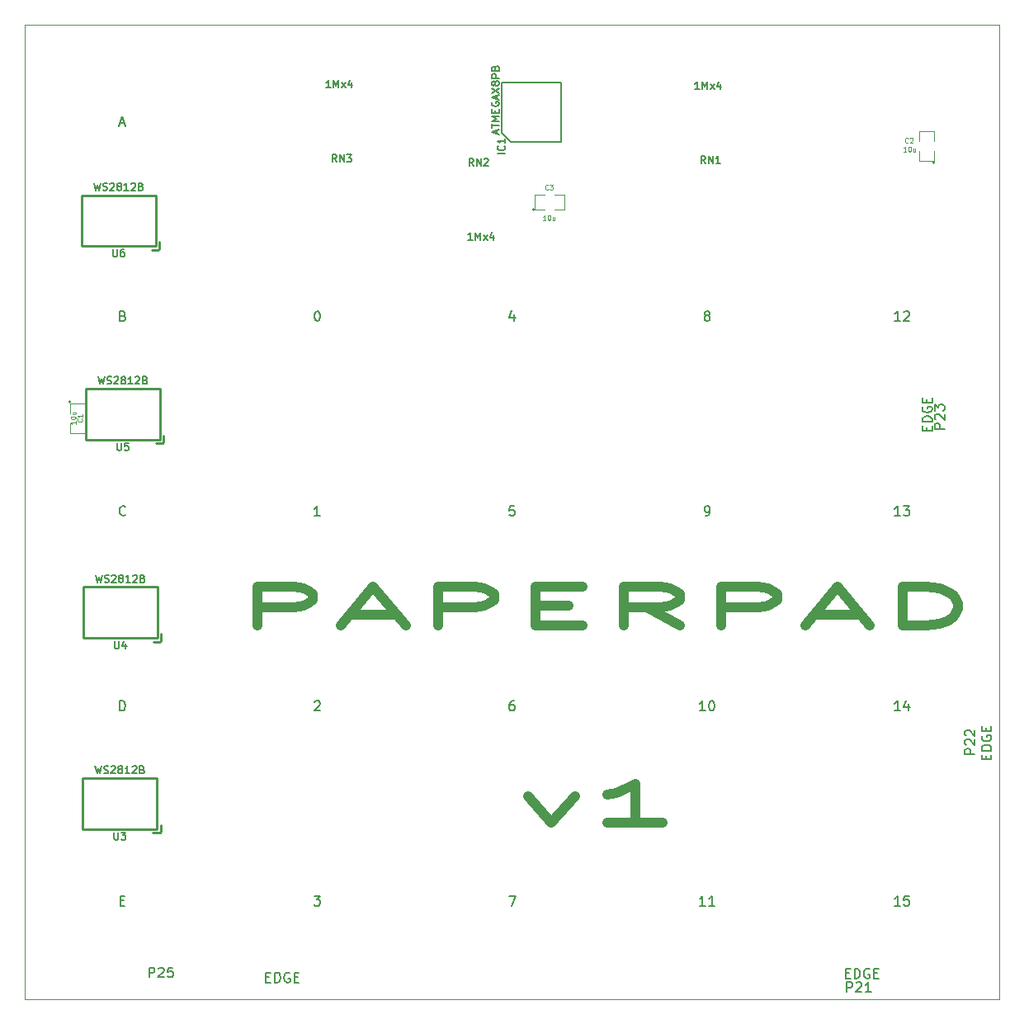
<source format=gto>
G04 (created by PCBNEW (2013-jul-07)-stable) date Sun 07 Dec 2014 01:03:15 PM EST*
%MOIN*%
G04 Gerber Fmt 3.4, Leading zero omitted, Abs format*
%FSLAX34Y34*%
G01*
G70*
G90*
G04 APERTURE LIST*
%ADD10C,0.00590551*%
%ADD11C,0.0393701*%
%ADD12C,0.00393701*%
%ADD13C,0.01*%
%ADD14C,0.0039*%
%ADD15C,0.006*%
%ADD16C,0.0043*%
%ADD17C,0.0075*%
G04 APERTURE END LIST*
G54D10*
G54D11*
X36087Y-46937D02*
X37025Y-47987D01*
X37962Y-46937D01*
X41524Y-47987D02*
X39274Y-47987D01*
X40399Y-47987D02*
X40399Y-46412D01*
X40024Y-46637D01*
X39649Y-46787D01*
X39274Y-46862D01*
X25139Y-40037D02*
X25139Y-38462D01*
X26639Y-38462D01*
X27014Y-38537D01*
X27201Y-38612D01*
X27388Y-38762D01*
X27388Y-38987D01*
X27201Y-39137D01*
X27014Y-39212D01*
X26639Y-39287D01*
X25139Y-39287D01*
X28888Y-39587D02*
X30763Y-39587D01*
X28513Y-40037D02*
X29826Y-38462D01*
X31138Y-40037D01*
X32450Y-40037D02*
X32450Y-38462D01*
X33950Y-38462D01*
X34325Y-38537D01*
X34513Y-38612D01*
X34700Y-38762D01*
X34700Y-38987D01*
X34513Y-39137D01*
X34325Y-39212D01*
X33950Y-39287D01*
X32450Y-39287D01*
X36387Y-39212D02*
X37700Y-39212D01*
X38262Y-40037D02*
X36387Y-40037D01*
X36387Y-38462D01*
X38262Y-38462D01*
X42199Y-40037D02*
X40887Y-39287D01*
X39949Y-40037D02*
X39949Y-38462D01*
X41449Y-38462D01*
X41824Y-38537D01*
X42012Y-38612D01*
X42199Y-38762D01*
X42199Y-38987D01*
X42012Y-39137D01*
X41824Y-39212D01*
X41449Y-39287D01*
X39949Y-39287D01*
X43886Y-40037D02*
X43886Y-38462D01*
X45386Y-38462D01*
X45761Y-38537D01*
X45949Y-38612D01*
X46136Y-38762D01*
X46136Y-38987D01*
X45949Y-39137D01*
X45761Y-39212D01*
X45386Y-39287D01*
X43886Y-39287D01*
X47636Y-39587D02*
X49511Y-39587D01*
X47261Y-40037D02*
X48573Y-38462D01*
X49886Y-40037D01*
X51198Y-40037D02*
X51198Y-38462D01*
X52135Y-38462D01*
X52698Y-38537D01*
X53073Y-38687D01*
X53260Y-38837D01*
X53448Y-39137D01*
X53448Y-39362D01*
X53260Y-39662D01*
X53073Y-39812D01*
X52698Y-39962D01*
X52135Y-40037D01*
X51198Y-40037D01*
G54D12*
X15748Y-55118D02*
X15748Y-15748D01*
X55118Y-55118D02*
X15748Y-55118D01*
X55118Y-15748D02*
X55118Y-55118D01*
X15748Y-15748D02*
X55118Y-15748D01*
G54D13*
X21196Y-48404D02*
X21236Y-48364D01*
X21236Y-48364D02*
X21236Y-48089D01*
X20921Y-48404D02*
X21196Y-48404D01*
X21078Y-46199D02*
X21078Y-48246D01*
X21078Y-48246D02*
X18086Y-48246D01*
X18086Y-48246D02*
X18086Y-46199D01*
X18086Y-46199D02*
X21078Y-46199D01*
X21219Y-40678D02*
X21259Y-40638D01*
X21259Y-40638D02*
X21259Y-40363D01*
X20944Y-40678D02*
X21219Y-40678D01*
X21101Y-38473D02*
X21101Y-40520D01*
X21101Y-40520D02*
X18109Y-40520D01*
X18109Y-40520D02*
X18109Y-38473D01*
X18109Y-38473D02*
X21101Y-38473D01*
X21318Y-32669D02*
X21358Y-32629D01*
X21358Y-32629D02*
X21358Y-32354D01*
X21043Y-32669D02*
X21318Y-32669D01*
X21200Y-30464D02*
X21200Y-32511D01*
X21200Y-32511D02*
X18208Y-32511D01*
X18208Y-32511D02*
X18208Y-30464D01*
X18208Y-30464D02*
X21200Y-30464D01*
X21151Y-24846D02*
X21191Y-24806D01*
X21191Y-24806D02*
X21191Y-24531D01*
X20876Y-24846D02*
X21151Y-24846D01*
X21033Y-22641D02*
X21033Y-24688D01*
X21033Y-24688D02*
X18041Y-24688D01*
X18041Y-24688D02*
X18041Y-22641D01*
X18041Y-22641D02*
X21033Y-22641D01*
G54D14*
X17614Y-30990D02*
G75*
G03X17614Y-30990I-50J0D01*
G74*
G01*
X17564Y-31440D02*
X17564Y-31040D01*
X17564Y-31040D02*
X18164Y-31040D01*
X18164Y-31040D02*
X18164Y-31440D01*
X18164Y-31840D02*
X18164Y-32240D01*
X18164Y-32240D02*
X17564Y-32240D01*
X17564Y-32240D02*
X17564Y-31840D01*
X36353Y-23228D02*
G75*
G03X36353Y-23228I-50J0D01*
G74*
G01*
X36753Y-23228D02*
X36353Y-23228D01*
X36353Y-23228D02*
X36353Y-22628D01*
X36353Y-22628D02*
X36753Y-22628D01*
X37153Y-22628D02*
X37553Y-22628D01*
X37553Y-22628D02*
X37553Y-23228D01*
X37553Y-23228D02*
X37153Y-23228D01*
X52515Y-21319D02*
G75*
G03X52515Y-21319I-50J0D01*
G74*
G01*
X52465Y-20869D02*
X52465Y-21269D01*
X52465Y-21269D02*
X51865Y-21269D01*
X51865Y-21269D02*
X51865Y-20869D01*
X51865Y-20469D02*
X51865Y-20069D01*
X51865Y-20069D02*
X52465Y-20069D01*
X52465Y-20069D02*
X52465Y-20469D01*
G54D15*
X35013Y-20122D02*
X35013Y-18472D01*
X35013Y-18472D02*
X35013Y-18097D01*
X35013Y-18097D02*
X37413Y-18097D01*
X37413Y-18097D02*
X37413Y-20497D01*
X37413Y-20497D02*
X35388Y-20497D01*
X35388Y-20497D02*
X35013Y-20122D01*
X19353Y-48382D02*
X19353Y-48625D01*
X19368Y-48653D01*
X19382Y-48668D01*
X19410Y-48682D01*
X19468Y-48682D01*
X19496Y-48668D01*
X19510Y-48653D01*
X19525Y-48625D01*
X19525Y-48382D01*
X19639Y-48382D02*
X19825Y-48382D01*
X19725Y-48496D01*
X19768Y-48496D01*
X19796Y-48511D01*
X19810Y-48525D01*
X19825Y-48553D01*
X19825Y-48625D01*
X19810Y-48653D01*
X19796Y-48668D01*
X19768Y-48682D01*
X19682Y-48682D01*
X19653Y-48668D01*
X19639Y-48653D01*
X18589Y-45705D02*
X18660Y-46005D01*
X18718Y-45791D01*
X18775Y-46005D01*
X18846Y-45705D01*
X18946Y-45991D02*
X18989Y-46005D01*
X19060Y-46005D01*
X19089Y-45991D01*
X19103Y-45976D01*
X19118Y-45948D01*
X19118Y-45919D01*
X19103Y-45891D01*
X19089Y-45876D01*
X19060Y-45862D01*
X19003Y-45848D01*
X18975Y-45834D01*
X18960Y-45819D01*
X18946Y-45791D01*
X18946Y-45762D01*
X18960Y-45734D01*
X18975Y-45719D01*
X19003Y-45705D01*
X19075Y-45705D01*
X19118Y-45719D01*
X19232Y-45734D02*
X19246Y-45719D01*
X19275Y-45705D01*
X19346Y-45705D01*
X19375Y-45719D01*
X19389Y-45734D01*
X19403Y-45762D01*
X19403Y-45791D01*
X19389Y-45834D01*
X19218Y-46005D01*
X19403Y-46005D01*
X19575Y-45834D02*
X19546Y-45819D01*
X19532Y-45805D01*
X19518Y-45776D01*
X19518Y-45762D01*
X19532Y-45734D01*
X19546Y-45719D01*
X19575Y-45705D01*
X19632Y-45705D01*
X19660Y-45719D01*
X19675Y-45734D01*
X19689Y-45762D01*
X19689Y-45776D01*
X19675Y-45805D01*
X19660Y-45819D01*
X19632Y-45834D01*
X19575Y-45834D01*
X19546Y-45848D01*
X19532Y-45862D01*
X19518Y-45891D01*
X19518Y-45948D01*
X19532Y-45976D01*
X19546Y-45991D01*
X19575Y-46005D01*
X19632Y-46005D01*
X19660Y-45991D01*
X19675Y-45976D01*
X19689Y-45948D01*
X19689Y-45891D01*
X19675Y-45862D01*
X19660Y-45848D01*
X19632Y-45834D01*
X19975Y-46005D02*
X19803Y-46005D01*
X19889Y-46005D02*
X19889Y-45705D01*
X19860Y-45748D01*
X19832Y-45776D01*
X19803Y-45791D01*
X20089Y-45734D02*
X20103Y-45719D01*
X20132Y-45705D01*
X20203Y-45705D01*
X20232Y-45719D01*
X20246Y-45734D01*
X20260Y-45762D01*
X20260Y-45791D01*
X20246Y-45834D01*
X20075Y-46005D01*
X20260Y-46005D01*
X20489Y-45848D02*
X20532Y-45862D01*
X20546Y-45876D01*
X20560Y-45905D01*
X20560Y-45948D01*
X20546Y-45976D01*
X20532Y-45991D01*
X20503Y-46005D01*
X20389Y-46005D01*
X20389Y-45705D01*
X20489Y-45705D01*
X20518Y-45719D01*
X20532Y-45734D01*
X20546Y-45762D01*
X20546Y-45791D01*
X20532Y-45819D01*
X20518Y-45834D01*
X20489Y-45848D01*
X20389Y-45848D01*
X19377Y-40656D02*
X19377Y-40899D01*
X19391Y-40928D01*
X19405Y-40942D01*
X19434Y-40956D01*
X19491Y-40956D01*
X19520Y-40942D01*
X19534Y-40928D01*
X19548Y-40899D01*
X19548Y-40656D01*
X19820Y-40756D02*
X19820Y-40956D01*
X19748Y-40642D02*
X19677Y-40856D01*
X19863Y-40856D01*
X18613Y-37979D02*
X18684Y-38279D01*
X18741Y-38065D01*
X18798Y-38279D01*
X18870Y-37979D01*
X18970Y-38265D02*
X19013Y-38279D01*
X19084Y-38279D01*
X19113Y-38265D01*
X19127Y-38251D01*
X19141Y-38222D01*
X19141Y-38194D01*
X19127Y-38165D01*
X19113Y-38151D01*
X19084Y-38136D01*
X19027Y-38122D01*
X18998Y-38108D01*
X18984Y-38094D01*
X18970Y-38065D01*
X18970Y-38036D01*
X18984Y-38008D01*
X18998Y-37994D01*
X19027Y-37979D01*
X19098Y-37979D01*
X19141Y-37994D01*
X19255Y-38008D02*
X19270Y-37994D01*
X19298Y-37979D01*
X19370Y-37979D01*
X19398Y-37994D01*
X19413Y-38008D01*
X19427Y-38036D01*
X19427Y-38065D01*
X19413Y-38108D01*
X19241Y-38279D01*
X19427Y-38279D01*
X19598Y-38108D02*
X19570Y-38094D01*
X19555Y-38079D01*
X19541Y-38051D01*
X19541Y-38036D01*
X19555Y-38008D01*
X19570Y-37994D01*
X19598Y-37979D01*
X19655Y-37979D01*
X19684Y-37994D01*
X19698Y-38008D01*
X19713Y-38036D01*
X19713Y-38051D01*
X19698Y-38079D01*
X19684Y-38094D01*
X19655Y-38108D01*
X19598Y-38108D01*
X19570Y-38122D01*
X19555Y-38136D01*
X19541Y-38165D01*
X19541Y-38222D01*
X19555Y-38251D01*
X19570Y-38265D01*
X19598Y-38279D01*
X19655Y-38279D01*
X19684Y-38265D01*
X19698Y-38251D01*
X19713Y-38222D01*
X19713Y-38165D01*
X19698Y-38136D01*
X19684Y-38122D01*
X19655Y-38108D01*
X19998Y-38279D02*
X19827Y-38279D01*
X19913Y-38279D02*
X19913Y-37979D01*
X19884Y-38022D01*
X19855Y-38051D01*
X19827Y-38065D01*
X20113Y-38008D02*
X20127Y-37994D01*
X20155Y-37979D01*
X20227Y-37979D01*
X20255Y-37994D01*
X20270Y-38008D01*
X20284Y-38036D01*
X20284Y-38065D01*
X20270Y-38108D01*
X20098Y-38279D01*
X20284Y-38279D01*
X20513Y-38122D02*
X20555Y-38136D01*
X20570Y-38151D01*
X20584Y-38179D01*
X20584Y-38222D01*
X20570Y-38251D01*
X20555Y-38265D01*
X20527Y-38279D01*
X20413Y-38279D01*
X20413Y-37979D01*
X20513Y-37979D01*
X20541Y-37994D01*
X20555Y-38008D01*
X20570Y-38036D01*
X20570Y-38065D01*
X20555Y-38094D01*
X20541Y-38108D01*
X20513Y-38122D01*
X20413Y-38122D01*
X19476Y-32647D02*
X19476Y-32890D01*
X19490Y-32919D01*
X19504Y-32933D01*
X19533Y-32947D01*
X19590Y-32947D01*
X19619Y-32933D01*
X19633Y-32919D01*
X19647Y-32890D01*
X19647Y-32647D01*
X19933Y-32647D02*
X19790Y-32647D01*
X19776Y-32790D01*
X19790Y-32776D01*
X19819Y-32762D01*
X19890Y-32762D01*
X19919Y-32776D01*
X19933Y-32790D01*
X19947Y-32819D01*
X19947Y-32890D01*
X19933Y-32919D01*
X19919Y-32933D01*
X19890Y-32947D01*
X19819Y-32947D01*
X19790Y-32933D01*
X19776Y-32919D01*
X18711Y-29970D02*
X18783Y-30270D01*
X18840Y-30056D01*
X18897Y-30270D01*
X18969Y-29970D01*
X19069Y-30256D02*
X19111Y-30270D01*
X19183Y-30270D01*
X19211Y-30256D01*
X19226Y-30242D01*
X19240Y-30213D01*
X19240Y-30185D01*
X19226Y-30156D01*
X19211Y-30142D01*
X19183Y-30127D01*
X19126Y-30113D01*
X19097Y-30099D01*
X19083Y-30085D01*
X19069Y-30056D01*
X19069Y-30027D01*
X19083Y-29999D01*
X19097Y-29985D01*
X19126Y-29970D01*
X19197Y-29970D01*
X19240Y-29985D01*
X19354Y-29999D02*
X19369Y-29985D01*
X19397Y-29970D01*
X19469Y-29970D01*
X19497Y-29985D01*
X19511Y-29999D01*
X19526Y-30027D01*
X19526Y-30056D01*
X19511Y-30099D01*
X19340Y-30270D01*
X19526Y-30270D01*
X19697Y-30099D02*
X19669Y-30085D01*
X19654Y-30070D01*
X19640Y-30042D01*
X19640Y-30027D01*
X19654Y-29999D01*
X19669Y-29985D01*
X19697Y-29970D01*
X19754Y-29970D01*
X19783Y-29985D01*
X19797Y-29999D01*
X19811Y-30027D01*
X19811Y-30042D01*
X19797Y-30070D01*
X19783Y-30085D01*
X19754Y-30099D01*
X19697Y-30099D01*
X19669Y-30113D01*
X19654Y-30127D01*
X19640Y-30156D01*
X19640Y-30213D01*
X19654Y-30242D01*
X19669Y-30256D01*
X19697Y-30270D01*
X19754Y-30270D01*
X19783Y-30256D01*
X19797Y-30242D01*
X19811Y-30213D01*
X19811Y-30156D01*
X19797Y-30127D01*
X19783Y-30113D01*
X19754Y-30099D01*
X20097Y-30270D02*
X19926Y-30270D01*
X20011Y-30270D02*
X20011Y-29970D01*
X19983Y-30013D01*
X19954Y-30042D01*
X19926Y-30056D01*
X20211Y-29999D02*
X20226Y-29985D01*
X20254Y-29970D01*
X20326Y-29970D01*
X20354Y-29985D01*
X20369Y-29999D01*
X20383Y-30027D01*
X20383Y-30056D01*
X20369Y-30099D01*
X20197Y-30270D01*
X20383Y-30270D01*
X20611Y-30113D02*
X20654Y-30127D01*
X20669Y-30142D01*
X20683Y-30170D01*
X20683Y-30213D01*
X20669Y-30242D01*
X20654Y-30256D01*
X20626Y-30270D01*
X20511Y-30270D01*
X20511Y-29970D01*
X20611Y-29970D01*
X20640Y-29985D01*
X20654Y-29999D01*
X20669Y-30027D01*
X20669Y-30056D01*
X20654Y-30085D01*
X20640Y-30099D01*
X20611Y-30113D01*
X20511Y-30113D01*
X19308Y-24825D02*
X19308Y-25068D01*
X19322Y-25096D01*
X19337Y-25110D01*
X19365Y-25125D01*
X19422Y-25125D01*
X19451Y-25110D01*
X19465Y-25096D01*
X19479Y-25068D01*
X19479Y-24825D01*
X19751Y-24825D02*
X19694Y-24825D01*
X19665Y-24839D01*
X19651Y-24853D01*
X19622Y-24896D01*
X19608Y-24953D01*
X19608Y-25068D01*
X19622Y-25096D01*
X19637Y-25110D01*
X19665Y-25125D01*
X19722Y-25125D01*
X19751Y-25110D01*
X19765Y-25096D01*
X19779Y-25068D01*
X19779Y-24996D01*
X19765Y-24968D01*
X19751Y-24953D01*
X19722Y-24939D01*
X19665Y-24939D01*
X19637Y-24953D01*
X19622Y-24968D01*
X19608Y-24996D01*
X18544Y-22148D02*
X18615Y-22448D01*
X18672Y-22233D01*
X18729Y-22448D01*
X18801Y-22148D01*
X18901Y-22433D02*
X18944Y-22448D01*
X19015Y-22448D01*
X19044Y-22433D01*
X19058Y-22419D01*
X19072Y-22391D01*
X19072Y-22362D01*
X19058Y-22333D01*
X19044Y-22319D01*
X19015Y-22305D01*
X18958Y-22291D01*
X18929Y-22276D01*
X18915Y-22262D01*
X18901Y-22233D01*
X18901Y-22205D01*
X18915Y-22176D01*
X18929Y-22162D01*
X18958Y-22148D01*
X19029Y-22148D01*
X19072Y-22162D01*
X19187Y-22176D02*
X19201Y-22162D01*
X19229Y-22148D01*
X19301Y-22148D01*
X19329Y-22162D01*
X19344Y-22176D01*
X19358Y-22205D01*
X19358Y-22233D01*
X19344Y-22276D01*
X19172Y-22448D01*
X19358Y-22448D01*
X19529Y-22276D02*
X19501Y-22262D01*
X19487Y-22248D01*
X19472Y-22219D01*
X19472Y-22205D01*
X19487Y-22176D01*
X19501Y-22162D01*
X19529Y-22148D01*
X19587Y-22148D01*
X19615Y-22162D01*
X19629Y-22176D01*
X19644Y-22205D01*
X19644Y-22219D01*
X19629Y-22248D01*
X19615Y-22262D01*
X19587Y-22276D01*
X19529Y-22276D01*
X19501Y-22291D01*
X19487Y-22305D01*
X19472Y-22333D01*
X19472Y-22391D01*
X19487Y-22419D01*
X19501Y-22433D01*
X19529Y-22448D01*
X19587Y-22448D01*
X19615Y-22433D01*
X19629Y-22419D01*
X19644Y-22391D01*
X19644Y-22333D01*
X19629Y-22305D01*
X19615Y-22291D01*
X19587Y-22276D01*
X19929Y-22448D02*
X19758Y-22448D01*
X19844Y-22448D02*
X19844Y-22148D01*
X19815Y-22191D01*
X19787Y-22219D01*
X19758Y-22233D01*
X20044Y-22176D02*
X20058Y-22162D01*
X20087Y-22148D01*
X20158Y-22148D01*
X20187Y-22162D01*
X20201Y-22176D01*
X20215Y-22205D01*
X20215Y-22233D01*
X20201Y-22276D01*
X20029Y-22448D01*
X20215Y-22448D01*
X20444Y-22291D02*
X20487Y-22305D01*
X20501Y-22319D01*
X20515Y-22348D01*
X20515Y-22391D01*
X20501Y-22419D01*
X20487Y-22433D01*
X20458Y-22448D01*
X20344Y-22448D01*
X20344Y-22148D01*
X20444Y-22148D01*
X20472Y-22162D01*
X20487Y-22176D01*
X20501Y-22205D01*
X20501Y-22233D01*
X20487Y-22262D01*
X20472Y-22276D01*
X20444Y-22291D01*
X20344Y-22291D01*
G54D16*
X18050Y-31673D02*
X18059Y-31683D01*
X18069Y-31711D01*
X18069Y-31730D01*
X18059Y-31758D01*
X18041Y-31776D01*
X18022Y-31786D01*
X17984Y-31795D01*
X17956Y-31795D01*
X17919Y-31786D01*
X17900Y-31776D01*
X17881Y-31758D01*
X17872Y-31730D01*
X17872Y-31711D01*
X17881Y-31683D01*
X17890Y-31673D01*
X18069Y-31486D02*
X18069Y-31598D01*
X18069Y-31542D02*
X17872Y-31542D01*
X17900Y-31561D01*
X17919Y-31579D01*
X17928Y-31598D01*
X17794Y-31767D02*
X17794Y-31880D01*
X17794Y-31823D02*
X17597Y-31823D01*
X17625Y-31842D01*
X17644Y-31861D01*
X17653Y-31880D01*
X17597Y-31645D02*
X17597Y-31626D01*
X17606Y-31608D01*
X17615Y-31598D01*
X17634Y-31589D01*
X17672Y-31579D01*
X17719Y-31579D01*
X17756Y-31589D01*
X17775Y-31598D01*
X17784Y-31608D01*
X17794Y-31626D01*
X17794Y-31645D01*
X17784Y-31664D01*
X17775Y-31673D01*
X17756Y-31683D01*
X17719Y-31692D01*
X17672Y-31692D01*
X17634Y-31683D01*
X17615Y-31673D01*
X17606Y-31664D01*
X17597Y-31645D01*
X17662Y-31411D02*
X17794Y-31411D01*
X17662Y-31495D02*
X17766Y-31495D01*
X17784Y-31486D01*
X17794Y-31467D01*
X17794Y-31439D01*
X17784Y-31420D01*
X17775Y-31411D01*
X36885Y-22397D02*
X36875Y-22407D01*
X36847Y-22416D01*
X36828Y-22416D01*
X36800Y-22407D01*
X36781Y-22388D01*
X36772Y-22369D01*
X36763Y-22332D01*
X36763Y-22304D01*
X36772Y-22266D01*
X36781Y-22247D01*
X36800Y-22229D01*
X36828Y-22219D01*
X36847Y-22219D01*
X36875Y-22229D01*
X36885Y-22238D01*
X36950Y-22219D02*
X37072Y-22219D01*
X37007Y-22294D01*
X37035Y-22294D01*
X37054Y-22304D01*
X37063Y-22313D01*
X37072Y-22332D01*
X37072Y-22379D01*
X37063Y-22397D01*
X37054Y-22407D01*
X37035Y-22416D01*
X36978Y-22416D01*
X36960Y-22407D01*
X36950Y-22397D01*
X36791Y-23648D02*
X36678Y-23648D01*
X36735Y-23648D02*
X36735Y-23451D01*
X36716Y-23479D01*
X36697Y-23498D01*
X36678Y-23508D01*
X36913Y-23451D02*
X36932Y-23451D01*
X36950Y-23461D01*
X36960Y-23470D01*
X36969Y-23489D01*
X36978Y-23526D01*
X36978Y-23573D01*
X36969Y-23611D01*
X36960Y-23629D01*
X36950Y-23639D01*
X36932Y-23648D01*
X36913Y-23648D01*
X36894Y-23639D01*
X36885Y-23629D01*
X36875Y-23611D01*
X36866Y-23573D01*
X36866Y-23526D01*
X36875Y-23489D01*
X36885Y-23470D01*
X36894Y-23461D01*
X36913Y-23451D01*
X37147Y-23517D02*
X37147Y-23648D01*
X37063Y-23517D02*
X37063Y-23620D01*
X37072Y-23639D01*
X37091Y-23648D01*
X37119Y-23648D01*
X37138Y-23639D01*
X37147Y-23629D01*
X51429Y-20504D02*
X51419Y-20514D01*
X51391Y-20523D01*
X51372Y-20523D01*
X51344Y-20514D01*
X51325Y-20495D01*
X51316Y-20476D01*
X51307Y-20439D01*
X51307Y-20411D01*
X51316Y-20373D01*
X51325Y-20354D01*
X51344Y-20336D01*
X51372Y-20326D01*
X51391Y-20326D01*
X51419Y-20336D01*
X51429Y-20345D01*
X51504Y-20345D02*
X51513Y-20336D01*
X51532Y-20326D01*
X51579Y-20326D01*
X51598Y-20336D01*
X51607Y-20345D01*
X51616Y-20364D01*
X51616Y-20383D01*
X51607Y-20411D01*
X51494Y-20523D01*
X51616Y-20523D01*
X51358Y-20878D02*
X51245Y-20878D01*
X51302Y-20878D02*
X51302Y-20681D01*
X51283Y-20709D01*
X51264Y-20728D01*
X51245Y-20738D01*
X51480Y-20681D02*
X51499Y-20681D01*
X51517Y-20691D01*
X51527Y-20700D01*
X51536Y-20719D01*
X51545Y-20756D01*
X51545Y-20803D01*
X51536Y-20841D01*
X51527Y-20859D01*
X51517Y-20869D01*
X51499Y-20878D01*
X51480Y-20878D01*
X51461Y-20869D01*
X51452Y-20859D01*
X51442Y-20841D01*
X51433Y-20803D01*
X51433Y-20756D01*
X51442Y-20719D01*
X51452Y-20700D01*
X51461Y-20691D01*
X51480Y-20681D01*
X51714Y-20747D02*
X51714Y-20878D01*
X51630Y-20747D02*
X51630Y-20850D01*
X51639Y-20869D01*
X51658Y-20878D01*
X51686Y-20878D01*
X51705Y-20869D01*
X51714Y-20859D01*
G54D15*
X35145Y-20962D02*
X34845Y-20962D01*
X35116Y-20647D02*
X35130Y-20662D01*
X35145Y-20705D01*
X35145Y-20733D01*
X35130Y-20776D01*
X35102Y-20805D01*
X35073Y-20819D01*
X35016Y-20833D01*
X34973Y-20833D01*
X34916Y-20819D01*
X34887Y-20805D01*
X34859Y-20776D01*
X34845Y-20733D01*
X34845Y-20705D01*
X34859Y-20662D01*
X34873Y-20647D01*
X35145Y-20362D02*
X35145Y-20533D01*
X35145Y-20447D02*
X34845Y-20447D01*
X34887Y-20476D01*
X34916Y-20505D01*
X34930Y-20533D01*
X34819Y-20152D02*
X34819Y-20009D01*
X34904Y-20180D02*
X34604Y-20080D01*
X34904Y-19980D01*
X34604Y-19923D02*
X34604Y-19752D01*
X34904Y-19838D02*
X34604Y-19838D01*
X34904Y-19652D02*
X34604Y-19652D01*
X34819Y-19552D01*
X34604Y-19452D01*
X34904Y-19452D01*
X34747Y-19309D02*
X34747Y-19209D01*
X34904Y-19166D02*
X34904Y-19309D01*
X34604Y-19309D01*
X34604Y-19166D01*
X34619Y-18880D02*
X34604Y-18909D01*
X34604Y-18952D01*
X34619Y-18995D01*
X34647Y-19023D01*
X34676Y-19038D01*
X34733Y-19052D01*
X34776Y-19052D01*
X34833Y-19038D01*
X34862Y-19023D01*
X34890Y-18995D01*
X34904Y-18952D01*
X34904Y-18923D01*
X34890Y-18880D01*
X34876Y-18866D01*
X34776Y-18866D01*
X34776Y-18923D01*
X34819Y-18752D02*
X34819Y-18609D01*
X34904Y-18780D02*
X34604Y-18680D01*
X34904Y-18580D01*
X34604Y-18509D02*
X34904Y-18309D01*
X34604Y-18309D02*
X34904Y-18509D01*
X34733Y-18152D02*
X34719Y-18180D01*
X34704Y-18195D01*
X34676Y-18209D01*
X34662Y-18209D01*
X34633Y-18195D01*
X34619Y-18180D01*
X34604Y-18152D01*
X34604Y-18095D01*
X34619Y-18066D01*
X34633Y-18052D01*
X34662Y-18038D01*
X34676Y-18038D01*
X34704Y-18052D01*
X34719Y-18066D01*
X34733Y-18095D01*
X34733Y-18152D01*
X34747Y-18180D01*
X34762Y-18195D01*
X34790Y-18209D01*
X34847Y-18209D01*
X34876Y-18195D01*
X34890Y-18180D01*
X34904Y-18152D01*
X34904Y-18095D01*
X34890Y-18066D01*
X34876Y-18052D01*
X34847Y-18038D01*
X34790Y-18038D01*
X34762Y-18052D01*
X34747Y-18066D01*
X34733Y-18095D01*
X34904Y-17909D02*
X34604Y-17909D01*
X34604Y-17795D01*
X34619Y-17766D01*
X34633Y-17752D01*
X34662Y-17738D01*
X34704Y-17738D01*
X34733Y-17752D01*
X34747Y-17766D01*
X34762Y-17795D01*
X34762Y-17909D01*
X34747Y-17509D02*
X34762Y-17466D01*
X34776Y-17452D01*
X34804Y-17438D01*
X34847Y-17438D01*
X34876Y-17452D01*
X34890Y-17466D01*
X34904Y-17495D01*
X34904Y-17609D01*
X34604Y-17609D01*
X34604Y-17509D01*
X34619Y-17480D01*
X34633Y-17466D01*
X34662Y-17452D01*
X34690Y-17452D01*
X34719Y-17466D01*
X34733Y-17480D01*
X34747Y-17509D01*
X34747Y-17609D01*
G54D17*
X28336Y-21306D02*
X28236Y-21163D01*
X28164Y-21306D02*
X28164Y-21006D01*
X28279Y-21006D01*
X28307Y-21020D01*
X28321Y-21035D01*
X28336Y-21063D01*
X28336Y-21106D01*
X28321Y-21135D01*
X28307Y-21149D01*
X28279Y-21163D01*
X28164Y-21163D01*
X28464Y-21306D02*
X28464Y-21006D01*
X28636Y-21306D01*
X28636Y-21006D01*
X28750Y-21006D02*
X28936Y-21006D01*
X28836Y-21120D01*
X28879Y-21120D01*
X28907Y-21135D01*
X28921Y-21149D01*
X28936Y-21177D01*
X28936Y-21249D01*
X28921Y-21277D01*
X28907Y-21292D01*
X28879Y-21306D01*
X28793Y-21306D01*
X28764Y-21292D01*
X28750Y-21277D01*
X28093Y-18306D02*
X27921Y-18306D01*
X28007Y-18306D02*
X28007Y-18006D01*
X27979Y-18049D01*
X27950Y-18077D01*
X27921Y-18092D01*
X28221Y-18306D02*
X28221Y-18006D01*
X28321Y-18220D01*
X28421Y-18006D01*
X28421Y-18306D01*
X28536Y-18306D02*
X28693Y-18106D01*
X28536Y-18106D02*
X28693Y-18306D01*
X28936Y-18106D02*
X28936Y-18306D01*
X28864Y-17992D02*
X28793Y-18206D01*
X28979Y-18206D01*
X43240Y-21357D02*
X43140Y-21214D01*
X43069Y-21357D02*
X43069Y-21057D01*
X43183Y-21057D01*
X43211Y-21071D01*
X43226Y-21086D01*
X43240Y-21114D01*
X43240Y-21157D01*
X43226Y-21186D01*
X43211Y-21200D01*
X43183Y-21214D01*
X43069Y-21214D01*
X43369Y-21357D02*
X43369Y-21057D01*
X43540Y-21357D01*
X43540Y-21057D01*
X43840Y-21357D02*
X43669Y-21357D01*
X43754Y-21357D02*
X43754Y-21057D01*
X43726Y-21100D01*
X43697Y-21128D01*
X43669Y-21143D01*
X42997Y-18357D02*
X42826Y-18357D01*
X42911Y-18357D02*
X42911Y-18057D01*
X42883Y-18100D01*
X42854Y-18128D01*
X42826Y-18143D01*
X43126Y-18357D02*
X43126Y-18057D01*
X43226Y-18271D01*
X43326Y-18057D01*
X43326Y-18357D01*
X43440Y-18357D02*
X43597Y-18157D01*
X43440Y-18157D02*
X43597Y-18357D01*
X43840Y-18157D02*
X43840Y-18357D01*
X43769Y-18043D02*
X43697Y-18257D01*
X43883Y-18257D01*
X33871Y-21450D02*
X33771Y-21307D01*
X33700Y-21450D02*
X33700Y-21150D01*
X33814Y-21150D01*
X33843Y-21164D01*
X33857Y-21178D01*
X33871Y-21207D01*
X33871Y-21250D01*
X33857Y-21278D01*
X33843Y-21293D01*
X33814Y-21307D01*
X33700Y-21307D01*
X34000Y-21450D02*
X34000Y-21150D01*
X34171Y-21450D01*
X34171Y-21150D01*
X34300Y-21178D02*
X34314Y-21164D01*
X34343Y-21150D01*
X34414Y-21150D01*
X34443Y-21164D01*
X34457Y-21178D01*
X34471Y-21207D01*
X34471Y-21236D01*
X34457Y-21278D01*
X34286Y-21450D01*
X34471Y-21450D01*
X33829Y-24450D02*
X33657Y-24450D01*
X33743Y-24450D02*
X33743Y-24150D01*
X33714Y-24193D01*
X33686Y-24221D01*
X33657Y-24236D01*
X33957Y-24450D02*
X33957Y-24150D01*
X34057Y-24364D01*
X34157Y-24150D01*
X34157Y-24450D01*
X34271Y-24450D02*
X34429Y-24250D01*
X34271Y-24250D02*
X34429Y-24450D01*
X34671Y-24250D02*
X34671Y-24450D01*
X34600Y-24136D02*
X34529Y-24350D01*
X34714Y-24350D01*
G54D10*
X52893Y-32074D02*
X52499Y-32074D01*
X52499Y-31924D01*
X52518Y-31886D01*
X52537Y-31867D01*
X52574Y-31849D01*
X52630Y-31849D01*
X52668Y-31867D01*
X52686Y-31886D01*
X52705Y-31924D01*
X52705Y-32074D01*
X52537Y-31699D02*
X52518Y-31680D01*
X52499Y-31642D01*
X52499Y-31549D01*
X52518Y-31511D01*
X52537Y-31492D01*
X52574Y-31474D01*
X52611Y-31474D01*
X52668Y-31492D01*
X52893Y-31717D01*
X52893Y-31474D01*
X52499Y-31342D02*
X52499Y-31099D01*
X52649Y-31230D01*
X52649Y-31174D01*
X52668Y-31136D01*
X52686Y-31117D01*
X52724Y-31099D01*
X52818Y-31099D01*
X52855Y-31117D01*
X52874Y-31136D01*
X52893Y-31174D01*
X52893Y-31286D01*
X52874Y-31324D01*
X52855Y-31342D01*
X52186Y-32152D02*
X52186Y-32020D01*
X52393Y-31964D02*
X52393Y-32152D01*
X51999Y-32152D01*
X51999Y-31964D01*
X52393Y-31796D02*
X51999Y-31796D01*
X51999Y-31702D01*
X52018Y-31646D01*
X52055Y-31608D01*
X52093Y-31589D01*
X52168Y-31571D01*
X52224Y-31571D01*
X52299Y-31589D01*
X52336Y-31608D01*
X52374Y-31646D01*
X52393Y-31702D01*
X52393Y-31796D01*
X52018Y-31196D02*
X51999Y-31233D01*
X51999Y-31289D01*
X52018Y-31346D01*
X52055Y-31383D01*
X52093Y-31402D01*
X52168Y-31421D01*
X52224Y-31421D01*
X52299Y-31402D01*
X52336Y-31383D01*
X52374Y-31346D01*
X52393Y-31289D01*
X52393Y-31252D01*
X52374Y-31196D01*
X52355Y-31177D01*
X52224Y-31177D01*
X52224Y-31252D01*
X52186Y-31008D02*
X52186Y-30877D01*
X52393Y-30821D02*
X52393Y-31008D01*
X51999Y-31008D01*
X51999Y-30821D01*
X54119Y-45218D02*
X53725Y-45218D01*
X53725Y-45068D01*
X53744Y-45030D01*
X53763Y-45011D01*
X53800Y-44993D01*
X53856Y-44993D01*
X53894Y-45011D01*
X53913Y-45030D01*
X53931Y-45068D01*
X53931Y-45218D01*
X53763Y-44843D02*
X53744Y-44824D01*
X53725Y-44786D01*
X53725Y-44693D01*
X53744Y-44655D01*
X53763Y-44636D01*
X53800Y-44618D01*
X53838Y-44618D01*
X53894Y-44636D01*
X54119Y-44861D01*
X54119Y-44618D01*
X53763Y-44468D02*
X53744Y-44449D01*
X53725Y-44411D01*
X53725Y-44318D01*
X53744Y-44280D01*
X53763Y-44261D01*
X53800Y-44243D01*
X53838Y-44243D01*
X53894Y-44261D01*
X54119Y-44486D01*
X54119Y-44243D01*
X54583Y-45436D02*
X54583Y-45304D01*
X54789Y-45248D02*
X54789Y-45436D01*
X54395Y-45436D01*
X54395Y-45248D01*
X54789Y-45079D02*
X54395Y-45079D01*
X54395Y-44986D01*
X54414Y-44929D01*
X54451Y-44892D01*
X54489Y-44873D01*
X54564Y-44854D01*
X54620Y-44854D01*
X54695Y-44873D01*
X54733Y-44892D01*
X54770Y-44929D01*
X54789Y-44986D01*
X54789Y-45079D01*
X54414Y-44480D02*
X54395Y-44517D01*
X54395Y-44573D01*
X54414Y-44630D01*
X54451Y-44667D01*
X54489Y-44686D01*
X54564Y-44705D01*
X54620Y-44705D01*
X54695Y-44686D01*
X54733Y-44667D01*
X54770Y-44630D01*
X54789Y-44573D01*
X54789Y-44536D01*
X54770Y-44480D01*
X54751Y-44461D01*
X54620Y-44461D01*
X54620Y-44536D01*
X54583Y-44292D02*
X54583Y-44161D01*
X54789Y-44105D02*
X54789Y-44292D01*
X54395Y-44292D01*
X54395Y-44105D01*
X48955Y-54829D02*
X48955Y-54435D01*
X49105Y-54435D01*
X49143Y-54454D01*
X49162Y-54473D01*
X49180Y-54510D01*
X49180Y-54566D01*
X49162Y-54604D01*
X49143Y-54623D01*
X49105Y-54641D01*
X48955Y-54641D01*
X49330Y-54473D02*
X49349Y-54454D01*
X49387Y-54435D01*
X49480Y-54435D01*
X49518Y-54454D01*
X49537Y-54473D01*
X49555Y-54510D01*
X49555Y-54548D01*
X49537Y-54604D01*
X49312Y-54829D01*
X49555Y-54829D01*
X49930Y-54829D02*
X49705Y-54829D01*
X49818Y-54829D02*
X49818Y-54435D01*
X49780Y-54491D01*
X49743Y-54529D01*
X49705Y-54548D01*
X48909Y-54073D02*
X49041Y-54073D01*
X49097Y-54279D02*
X48909Y-54279D01*
X48909Y-53885D01*
X49097Y-53885D01*
X49266Y-54279D02*
X49266Y-53885D01*
X49359Y-53885D01*
X49416Y-53904D01*
X49453Y-53941D01*
X49472Y-53979D01*
X49491Y-54054D01*
X49491Y-54110D01*
X49472Y-54185D01*
X49453Y-54223D01*
X49416Y-54260D01*
X49359Y-54279D01*
X49266Y-54279D01*
X49865Y-53904D02*
X49828Y-53885D01*
X49772Y-53885D01*
X49715Y-53904D01*
X49678Y-53941D01*
X49659Y-53979D01*
X49640Y-54054D01*
X49640Y-54110D01*
X49659Y-54185D01*
X49678Y-54223D01*
X49715Y-54260D01*
X49772Y-54279D01*
X49809Y-54279D01*
X49865Y-54260D01*
X49884Y-54241D01*
X49884Y-54110D01*
X49809Y-54110D01*
X50053Y-54073D02*
X50184Y-54073D01*
X50240Y-54279D02*
X50053Y-54279D01*
X50053Y-53885D01*
X50240Y-53885D01*
X20766Y-54234D02*
X20766Y-53840D01*
X20916Y-53840D01*
X20954Y-53859D01*
X20973Y-53878D01*
X20991Y-53915D01*
X20991Y-53971D01*
X20973Y-54009D01*
X20954Y-54028D01*
X20916Y-54046D01*
X20766Y-54046D01*
X21141Y-53878D02*
X21160Y-53859D01*
X21198Y-53840D01*
X21291Y-53840D01*
X21329Y-53859D01*
X21348Y-53878D01*
X21366Y-53915D01*
X21366Y-53953D01*
X21348Y-54009D01*
X21123Y-54234D01*
X21366Y-54234D01*
X21723Y-53840D02*
X21535Y-53840D01*
X21516Y-54028D01*
X21535Y-54009D01*
X21573Y-53990D01*
X21666Y-53990D01*
X21704Y-54009D01*
X21723Y-54028D01*
X21741Y-54065D01*
X21741Y-54159D01*
X21723Y-54196D01*
X21704Y-54215D01*
X21666Y-54234D01*
X21573Y-54234D01*
X21535Y-54215D01*
X21516Y-54196D01*
X25488Y-54238D02*
X25620Y-54238D01*
X25676Y-54444D02*
X25488Y-54444D01*
X25488Y-54050D01*
X25676Y-54050D01*
X25845Y-54444D02*
X25845Y-54050D01*
X25938Y-54050D01*
X25995Y-54069D01*
X26032Y-54106D01*
X26051Y-54144D01*
X26070Y-54219D01*
X26070Y-54275D01*
X26051Y-54350D01*
X26032Y-54388D01*
X25995Y-54425D01*
X25938Y-54444D01*
X25845Y-54444D01*
X26444Y-54069D02*
X26407Y-54050D01*
X26351Y-54050D01*
X26294Y-54069D01*
X26257Y-54106D01*
X26238Y-54144D01*
X26219Y-54219D01*
X26219Y-54275D01*
X26238Y-54350D01*
X26257Y-54388D01*
X26294Y-54425D01*
X26351Y-54444D01*
X26388Y-54444D01*
X26444Y-54425D01*
X26463Y-54406D01*
X26463Y-54275D01*
X26388Y-54275D01*
X26632Y-54238D02*
X26763Y-54238D01*
X26819Y-54444D02*
X26632Y-54444D01*
X26632Y-54050D01*
X26819Y-54050D01*
X27540Y-27324D02*
X27577Y-27324D01*
X27615Y-27343D01*
X27634Y-27362D01*
X27652Y-27399D01*
X27671Y-27474D01*
X27671Y-27568D01*
X27652Y-27643D01*
X27634Y-27680D01*
X27615Y-27699D01*
X27577Y-27718D01*
X27540Y-27718D01*
X27502Y-27699D01*
X27484Y-27680D01*
X27465Y-27643D01*
X27446Y-27568D01*
X27446Y-27474D01*
X27465Y-27399D01*
X27484Y-27362D01*
X27502Y-27343D01*
X27540Y-27324D01*
X19713Y-27512D02*
X19769Y-27530D01*
X19788Y-27549D01*
X19806Y-27587D01*
X19806Y-27643D01*
X19788Y-27680D01*
X19769Y-27699D01*
X19731Y-27718D01*
X19581Y-27718D01*
X19581Y-27324D01*
X19713Y-27324D01*
X19750Y-27343D01*
X19769Y-27362D01*
X19788Y-27399D01*
X19788Y-27437D01*
X19769Y-27474D01*
X19750Y-27493D01*
X19713Y-27512D01*
X19581Y-27512D01*
X19581Y-43466D02*
X19581Y-43072D01*
X19675Y-43072D01*
X19731Y-43091D01*
X19769Y-43128D01*
X19788Y-43166D01*
X19806Y-43241D01*
X19806Y-43297D01*
X19788Y-43372D01*
X19769Y-43410D01*
X19731Y-43447D01*
X19675Y-43466D01*
X19581Y-43466D01*
X19600Y-51134D02*
X19731Y-51134D01*
X19788Y-51340D02*
X19600Y-51340D01*
X19600Y-50946D01*
X19788Y-50946D01*
X35508Y-43072D02*
X35433Y-43072D01*
X35395Y-43091D01*
X35376Y-43110D01*
X35339Y-43166D01*
X35320Y-43241D01*
X35320Y-43391D01*
X35339Y-43428D01*
X35358Y-43447D01*
X35395Y-43466D01*
X35470Y-43466D01*
X35508Y-43447D01*
X35526Y-43428D01*
X35545Y-43391D01*
X35545Y-43297D01*
X35526Y-43260D01*
X35508Y-43241D01*
X35470Y-43222D01*
X35395Y-43222D01*
X35358Y-43241D01*
X35339Y-43260D01*
X35320Y-43297D01*
X43269Y-27493D02*
X43232Y-27474D01*
X43213Y-27455D01*
X43194Y-27418D01*
X43194Y-27399D01*
X43213Y-27362D01*
X43232Y-27343D01*
X43269Y-27324D01*
X43344Y-27324D01*
X43382Y-27343D01*
X43400Y-27362D01*
X43419Y-27399D01*
X43419Y-27418D01*
X43400Y-27455D01*
X43382Y-27474D01*
X43344Y-27493D01*
X43269Y-27493D01*
X43232Y-27512D01*
X43213Y-27530D01*
X43194Y-27568D01*
X43194Y-27643D01*
X43213Y-27680D01*
X43232Y-27699D01*
X43269Y-27718D01*
X43344Y-27718D01*
X43382Y-27699D01*
X43400Y-27680D01*
X43419Y-27643D01*
X43419Y-27568D01*
X43400Y-27530D01*
X43382Y-27512D01*
X43344Y-27493D01*
X27671Y-35592D02*
X27446Y-35592D01*
X27559Y-35592D02*
X27559Y-35198D01*
X27521Y-35254D01*
X27484Y-35292D01*
X27446Y-35311D01*
X43232Y-35592D02*
X43307Y-35592D01*
X43344Y-35573D01*
X43363Y-35554D01*
X43400Y-35498D01*
X43419Y-35423D01*
X43419Y-35273D01*
X43400Y-35236D01*
X43382Y-35217D01*
X43344Y-35198D01*
X43269Y-35198D01*
X43232Y-35217D01*
X43213Y-35236D01*
X43194Y-35273D01*
X43194Y-35367D01*
X43213Y-35404D01*
X43232Y-35423D01*
X43269Y-35442D01*
X43344Y-35442D01*
X43382Y-35423D01*
X43400Y-35404D01*
X43419Y-35367D01*
X35526Y-35198D02*
X35339Y-35198D01*
X35320Y-35386D01*
X35339Y-35367D01*
X35376Y-35348D01*
X35470Y-35348D01*
X35508Y-35367D01*
X35526Y-35386D01*
X35545Y-35423D01*
X35545Y-35517D01*
X35526Y-35554D01*
X35508Y-35573D01*
X35470Y-35592D01*
X35376Y-35592D01*
X35339Y-35573D01*
X35320Y-35554D01*
X51106Y-43466D02*
X50881Y-43466D01*
X50993Y-43466D02*
X50993Y-43072D01*
X50956Y-43128D01*
X50918Y-43166D01*
X50881Y-43185D01*
X51443Y-43203D02*
X51443Y-43466D01*
X51349Y-43053D02*
X51256Y-43335D01*
X51499Y-43335D01*
X35508Y-27455D02*
X35508Y-27718D01*
X35414Y-27305D02*
X35320Y-27587D01*
X35564Y-27587D01*
X51106Y-27718D02*
X50881Y-27718D01*
X50993Y-27718D02*
X50993Y-27324D01*
X50956Y-27380D01*
X50918Y-27418D01*
X50881Y-27437D01*
X51256Y-27362D02*
X51274Y-27343D01*
X51312Y-27324D01*
X51406Y-27324D01*
X51443Y-27343D01*
X51462Y-27362D01*
X51481Y-27399D01*
X51481Y-27437D01*
X51462Y-27493D01*
X51237Y-27718D01*
X51481Y-27718D01*
X27446Y-43110D02*
X27465Y-43091D01*
X27502Y-43072D01*
X27596Y-43072D01*
X27634Y-43091D01*
X27652Y-43110D01*
X27671Y-43147D01*
X27671Y-43185D01*
X27652Y-43241D01*
X27427Y-43466D01*
X27671Y-43466D01*
X19591Y-19731D02*
X19778Y-19731D01*
X19553Y-19844D02*
X19685Y-19450D01*
X19816Y-19844D01*
X43232Y-43466D02*
X43007Y-43466D01*
X43119Y-43466D02*
X43119Y-43072D01*
X43082Y-43128D01*
X43044Y-43166D01*
X43007Y-43185D01*
X43475Y-43072D02*
X43513Y-43072D01*
X43550Y-43091D01*
X43569Y-43110D01*
X43588Y-43147D01*
X43607Y-43222D01*
X43607Y-43316D01*
X43588Y-43391D01*
X43569Y-43428D01*
X43550Y-43447D01*
X43513Y-43466D01*
X43475Y-43466D01*
X43438Y-43447D01*
X43419Y-43428D01*
X43400Y-43391D01*
X43382Y-43316D01*
X43382Y-43222D01*
X43400Y-43147D01*
X43419Y-43110D01*
X43438Y-43091D01*
X43475Y-43072D01*
X43232Y-51340D02*
X43007Y-51340D01*
X43119Y-51340D02*
X43119Y-50946D01*
X43082Y-51002D01*
X43044Y-51040D01*
X43007Y-51059D01*
X43607Y-51340D02*
X43382Y-51340D01*
X43494Y-51340D02*
X43494Y-50946D01*
X43457Y-51002D01*
X43419Y-51040D01*
X43382Y-51059D01*
X51106Y-51340D02*
X50881Y-51340D01*
X50993Y-51340D02*
X50993Y-50946D01*
X50956Y-51002D01*
X50918Y-51040D01*
X50881Y-51059D01*
X51462Y-50946D02*
X51274Y-50946D01*
X51256Y-51134D01*
X51274Y-51115D01*
X51312Y-51096D01*
X51406Y-51096D01*
X51443Y-51115D01*
X51462Y-51134D01*
X51481Y-51171D01*
X51481Y-51265D01*
X51462Y-51302D01*
X51443Y-51321D01*
X51406Y-51340D01*
X51312Y-51340D01*
X51274Y-51321D01*
X51256Y-51302D01*
X51106Y-35592D02*
X50881Y-35592D01*
X50993Y-35592D02*
X50993Y-35198D01*
X50956Y-35254D01*
X50918Y-35292D01*
X50881Y-35311D01*
X51237Y-35198D02*
X51481Y-35198D01*
X51349Y-35348D01*
X51406Y-35348D01*
X51443Y-35367D01*
X51462Y-35386D01*
X51481Y-35423D01*
X51481Y-35517D01*
X51462Y-35554D01*
X51443Y-35573D01*
X51406Y-35592D01*
X51293Y-35592D01*
X51256Y-35573D01*
X51237Y-35554D01*
X27427Y-50946D02*
X27671Y-50946D01*
X27540Y-51096D01*
X27596Y-51096D01*
X27634Y-51115D01*
X27652Y-51134D01*
X27671Y-51171D01*
X27671Y-51265D01*
X27652Y-51302D01*
X27634Y-51321D01*
X27596Y-51340D01*
X27484Y-51340D01*
X27446Y-51321D01*
X27427Y-51302D01*
X19806Y-35554D02*
X19788Y-35573D01*
X19731Y-35592D01*
X19694Y-35592D01*
X19638Y-35573D01*
X19600Y-35536D01*
X19581Y-35498D01*
X19563Y-35423D01*
X19563Y-35367D01*
X19581Y-35292D01*
X19600Y-35254D01*
X19638Y-35217D01*
X19694Y-35198D01*
X19731Y-35198D01*
X19788Y-35217D01*
X19806Y-35236D01*
X35301Y-50946D02*
X35564Y-50946D01*
X35395Y-51340D01*
M02*

</source>
